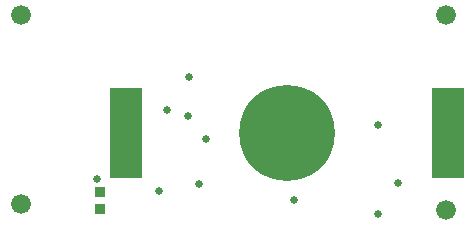
<source format=gbs>
G04*
G04 #@! TF.GenerationSoftware,Altium Limited,Altium Designer,23.5.1 (21)*
G04*
G04 Layer_Color=16711935*
%FSLAX25Y25*%
%MOIN*%
G70*
G04*
G04 #@! TF.SameCoordinates,F3818A2F-99DD-4422-A772-264FF04CB145*
G04*
G04*
G04 #@! TF.FilePolarity,Negative*
G04*
G01*
G75*
%ADD44R,0.03802X0.03550*%
%ADD49C,0.06591*%
%ADD50C,0.02591*%
%ADD65R,0.10636X0.30321*%
%ADD66C,0.31896*%
D44*
X112801Y85044D02*
D03*
Y90556D02*
D03*
D49*
X228346Y149606D02*
D03*
X86614Y86614D02*
D03*
Y149606D02*
D03*
X228346Y84646D02*
D03*
D50*
X212100Y93600D02*
D03*
X177400Y87800D02*
D03*
X205500Y83131D02*
D03*
X205627Y112857D02*
D03*
X148200Y108300D02*
D03*
X145900Y93351D02*
D03*
X142387Y129042D02*
D03*
X135100Y117786D02*
D03*
X142200Y115800D02*
D03*
X132500Y91000D02*
D03*
X111900Y94900D02*
D03*
D65*
X228937Y110236D02*
D03*
X121457D02*
D03*
D66*
X175197D02*
D03*
M02*

</source>
